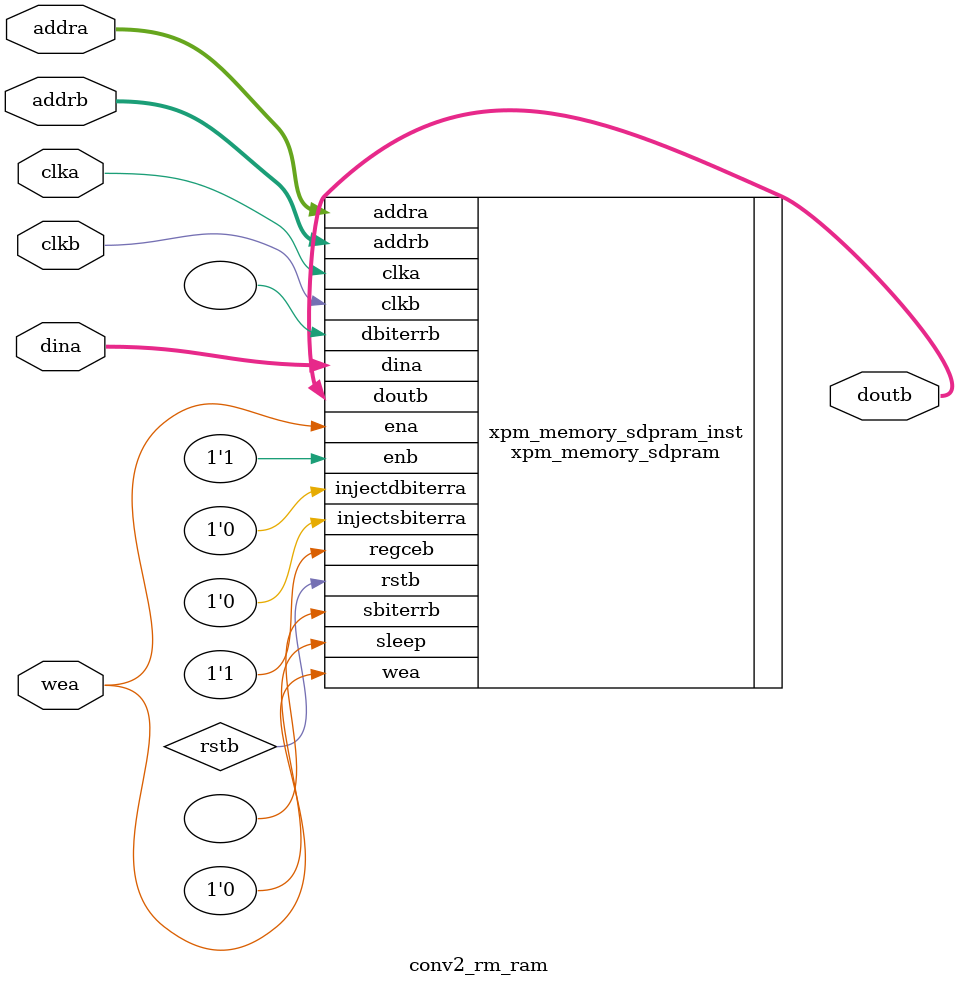
<source format=v>
module conv2_rm_ram(clka, wea, addra, dina, clkb, addrb, doutb);
  input clka;
  input [0:0]wea;
  input [9:0]addra;
  input [127:0]dina;
  input clkb;
  input [9:0]addrb;
  output [127:0]doutb;

   // xpm_memory_sdpram: Simple Dual Port RAM
   // Xilinx Parameterized Macro, version 2020.2

   xpm_memory_sdpram #(
      .ADDR_WIDTH_A(10),               // DECIMAL
      .ADDR_WIDTH_B(10),               // DECIMAL
      .AUTO_SLEEP_TIME(0),            // DECIMAL
      .BYTE_WRITE_WIDTH_A(128),        // DECIMAL
      .CASCADE_HEIGHT(0),             // DECIMAL
      .CLOCKING_MODE("common_clock"), // String
      .ECC_MODE("no_ecc"),            // String
      .MEMORY_INIT_FILE("none"),      // String
      .MEMORY_INIT_PARAM("0"),        // String
      .MEMORY_OPTIMIZATION("true"),   // String
      .MEMORY_PRIMITIVE("ultra"),      // String
      .MEMORY_SIZE(124416),             // DECIMAL
      .MESSAGE_CONTROL(0),            // DECIMAL
      .READ_DATA_WIDTH_B(128),         // DECIMAL
      .READ_LATENCY_B(2),             // DECIMAL
      .READ_RESET_VALUE_B("0"),       // String
      .RST_MODE_A("SYNC"),            // String
      .RST_MODE_B("SYNC"),            // String
      .SIM_ASSERT_CHK(0),             // DECIMAL; 0=disable simulation messages, 1=enable simulation messages
      .USE_EMBEDDED_CONSTRAINT(0),    // DECIMAL
      .USE_MEM_INIT(0),               // DECIMAL
      .WAKEUP_TIME("disable_sleep"),  // String
      .WRITE_DATA_WIDTH_A(128),        // DECIMAL
      .WRITE_MODE_B("read_first")      // String
   )
   xpm_memory_sdpram_inst (
      .dbiterrb(),             // 1-bit output: Status signal to indicate double bit error occurrence
                                       // on the data output of port B.

      .doutb(doutb),                   // READ_DATA_WIDTH_B-bit output: Data output for port B read operations.
      .sbiterrb(),             // 1-bit output: Status signal to indicate single bit error occurrence
                                       // on the data output of port B.

      .addra(addra),                   // ADDR_WIDTH_A-bit input: Address for port A write operations.
      .addrb(addrb),                   // ADDR_WIDTH_B-bit input: Address for port B read operations.
      .clka(clka),                     // 1-bit input: Clock signal for port A. Also clocks port B when
                                       // parameter CLOCKING_MODE is "common_clock".

      .clkb(clkb),                     // 1-bit input: Clock signal for port B when parameter CLOCKING_MODE is
                                       // "independent_clock". Unused when parameter CLOCKING_MODE is
                                       // "common_clock".

      .dina(dina),                     // WRITE_DATA_WIDTH_A-bit input: Data input for port A write operations.
      .ena(wea),                       // 1-bit input: Memory enable signal for port A. Must be high on clock
                                       // cycles when write operations are initiated. Pipelined internally.

      .enb(1'b1),                       // 1-bit input: Memory enable signal for port B. Must be high on clock
                                       // cycles when read operations are initiated. Pipelined internally.

      .injectdbiterra(1'b0), // 1-bit input: Controls double bit error injection on input data when
                                       // ECC enabled (Error injection capability is not available in
                                       // "decode_only" mode).

      .injectsbiterra(1'b0), // 1-bit input: Controls single bit error injection on input data when
                                       // ECC enabled (Error injection capability is not available in
                                       // "decode_only" mode).

      .regceb(1'b1),                 // 1-bit input: Clock Enable for the last register stage on the output
                                       // data path.

      .rstb(rstb),                     // 1-bit input: Reset signal for the final port B output register stage.
                                       // Synchronously resets output port doutb to the value specified by
                                       // parameter READ_RESET_VALUE_B.

      .sleep(1'b0),                   // 1-bit input: sleep signal to enable the dynamic power saving feature.
      .wea(wea)                        // WRITE_DATA_WIDTH_A/BYTE_WRITE_WIDTH_A-bit input: Write enable vector
                                       // for port A input data port dina. 1 bit wide when word-wide writes are
                                       // used. In byte-wide write configurations, each bit controls the
                                       // writing one byte of dina to address addra. For example, to
                                       // synchronously write only bits [15-8] of dina when WRITE_DATA_WIDTH_A
                                       // is 32, wea would be 4'b0010.

   );

   // End of xpm_memory_sdpram_inst instantiation


endmodule

</source>
